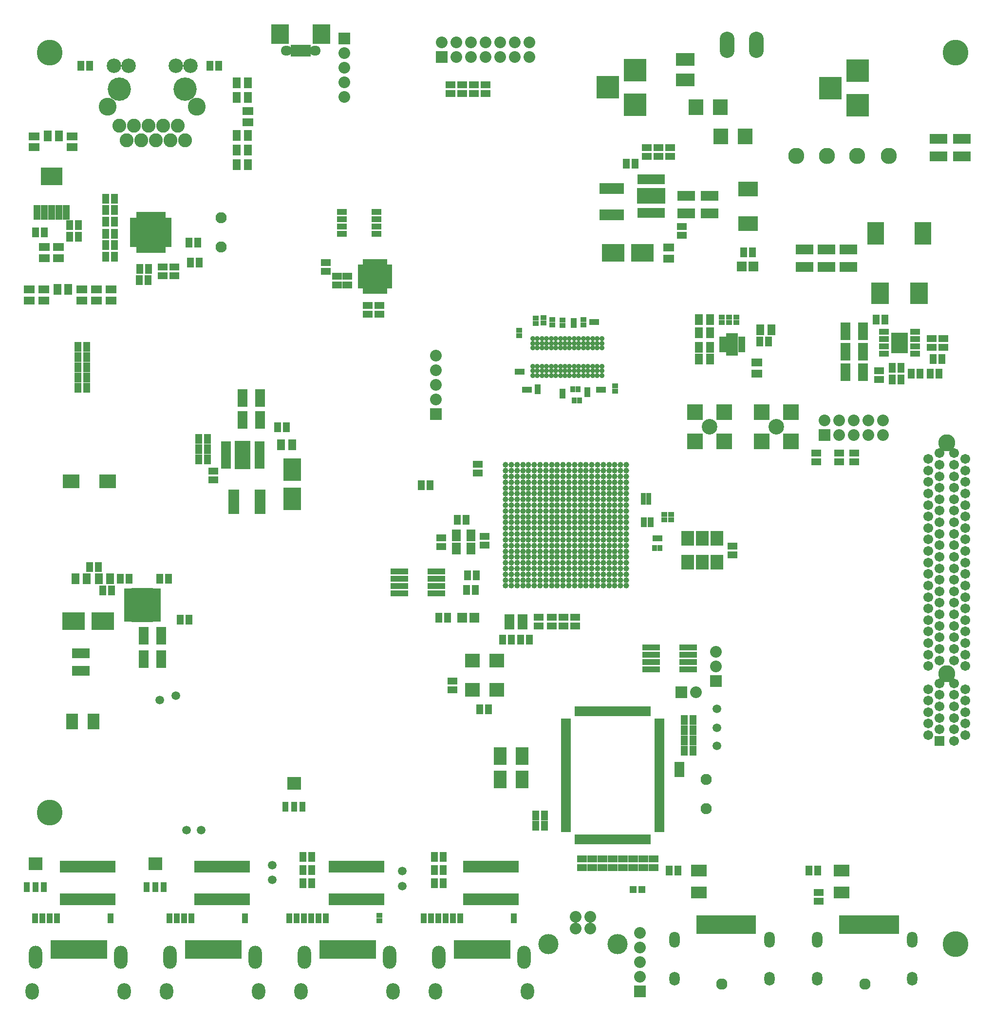
<source format=gts>
G04 (created by PCBNEW (2013-07-07 BZR 4022)-stable) date 19/05/2015 04:41:07 PM*
%MOIN*%
G04 Gerber Fmt 3.4, Leading zero omitted, Abs format*
%FSLAX34Y34*%
G01*
G70*
G90*
G04 APERTURE LIST*
%ADD10C,0.00590551*%
%ADD11C,0.110551*%
%ADD12R,0.118425X0.13811*%
%ADD13R,0.035748X0.0829921*%
%ADD14O,0.0770866X0.0672441*%
%ADD15R,0.0302X0.0790551*%
%ADD16R,0.0987402X0.1066*%
%ADD17C,0.08*%
%ADD18C,0.13811*%
%ADD19R,0.045X0.065*%
%ADD20R,0.065X0.045*%
%ADD21R,0.0711811X0.0369291*%
%ADD22R,0.0369291X0.0711811*%
%ADD23C,0.076*%
%ADD24R,0.0607874X0.0788189*%
%ADD25R,0.118425X0.0436*%
%ADD26R,0.0357X0.0436*%
%ADD27R,0.0436X0.0357*%
%ADD28R,0.0672X0.0672*%
%ADD29R,0.07X0.058*%
%ADD30C,0.0397*%
%ADD31C,0.0357*%
%ADD32R,0.08X0.08*%
%ADD33R,0.055X0.075*%
%ADD34R,0.075X0.055*%
%ADD35R,0.157795X0.118425*%
%ADD36R,0.118425X0.157795*%
%ADD37R,0.033X0.128268*%
%ADD38O,0.0908661X0.157795*%
%ADD39O,0.0908661X0.11252*%
%ADD40R,0.0298X0.0495276*%
%ADD41R,0.0495276X0.0298*%
%ADD42R,0.201102X0.201102*%
%ADD43R,0.149921X0.118425*%
%ADD44R,0.0455906X0.1*%
%ADD45C,0.122362*%
%ADD46C,0.159764*%
%ADD47C,0.0951968*%
%ADD48C,0.0987402*%
%ADD49R,0.0514961X0.0310236*%
%ADD50R,0.0310236X0.0514961*%
%ADD51R,0.0879134X0.0879134*%
%ADD52R,0.07X0.12*%
%ADD53R,0.12X0.07*%
%ADD54R,0.0535X0.031*%
%ADD55R,0.148X0.236*%
%ADD56R,0.0672441X0.031811*%
%ADD57R,0.110551X0.197165*%
%ADD58R,0.031811X0.0672441*%
%ADD59R,0.197165X0.110551*%
%ADD60R,0.0849606X0.157795*%
%ADD61R,0.0672441X0.0400787*%
%ADD62R,0.114488X0.142047*%
%ADD63R,0.118425X0.149921*%
%ADD64R,0.114488X0.153858*%
%ADD65R,0.075X0.17*%
%ADD66R,0.17X0.075*%
%ADD67O,0.0711811X0.110551*%
%ADD68O,0.0711811X0.0948031*%
%ADD69C,0.0770866*%
%ADD70R,0.1381X0.0987*%
%ADD71O,0.1X0.18*%
%ADD72R,0.1578X0.1578*%
%ADD73C,0.116457*%
%ADD74R,0.0672441X0.0672441*%
%ADD75C,0.0672441*%
%ADD76R,0.0672441X0.039685*%
%ADD77C,0.176299*%
%ADD78R,0.0948031X0.0869291*%
%ADD79R,0.0428346X0.0711811*%
%ADD80R,0.1066X0.083*%
%ADD81R,0.083X0.1066*%
%ADD82R,0.0514X0.0514*%
%ADD83R,0.13X0.09*%
%ADD84C,0.106614*%
%ADD85R,0.106614X0.106614*%
%ADD86R,0.100709X0.0928346*%
%ADD87R,0.0908661X0.0987402*%
%ADD88C,0.0593701*%
%ADD89R,0.118X0.095*%
%ADD90R,0.0869291X0.122362*%
G04 APERTURE END LIST*
G54D10*
G54D11*
X106149Y-31384D03*
X104003Y-31384D03*
X101916Y-31384D03*
X99830Y-31384D03*
G54D12*
X67317Y-23057D03*
X64482Y-23057D03*
G54D13*
X65900Y-24189D03*
X65644Y-24189D03*
X66155Y-24189D03*
X65388Y-24189D03*
X66411Y-24189D03*
G54D14*
X66884Y-24189D03*
X64915Y-24189D03*
G54D15*
X53089Y-80011D03*
X52892Y-80011D03*
X52695Y-80011D03*
X52498Y-80011D03*
X52301Y-80011D03*
X52105Y-80011D03*
X51908Y-80011D03*
X51711Y-80011D03*
X51514Y-80011D03*
X51317Y-80011D03*
X51120Y-80011D03*
X50923Y-80011D03*
X50727Y-80011D03*
X50530Y-80011D03*
X50333Y-80011D03*
X50136Y-80011D03*
X49939Y-80011D03*
X49742Y-80011D03*
X49546Y-80011D03*
X50333Y-82255D03*
X50136Y-82255D03*
X49939Y-82255D03*
X49742Y-82255D03*
X50530Y-82255D03*
X50727Y-82255D03*
X50923Y-82255D03*
X51120Y-82255D03*
X51317Y-82255D03*
X51514Y-82255D03*
X51711Y-82255D03*
X51908Y-82255D03*
X52105Y-82255D03*
X52301Y-82255D03*
X52498Y-82255D03*
X49546Y-82255D03*
X52695Y-82255D03*
X52892Y-82255D03*
X53089Y-82255D03*
G54D16*
X96326Y-30050D03*
X94673Y-30050D03*
X92973Y-28050D03*
X94626Y-28050D03*
G54D17*
X85730Y-83460D03*
X84730Y-83460D03*
X84730Y-84247D03*
X85730Y-84247D03*
G54D18*
X87592Y-85310D03*
X82868Y-85310D03*
G54D19*
X92160Y-69973D03*
X92760Y-69973D03*
G54D20*
X85860Y-79473D03*
X85860Y-80073D03*
X87960Y-79473D03*
X87960Y-80073D03*
X89360Y-79473D03*
X89360Y-80073D03*
X90060Y-79473D03*
X90060Y-80073D03*
G54D19*
X92160Y-72073D03*
X92760Y-72073D03*
G54D20*
X88660Y-79473D03*
X88660Y-80073D03*
X87260Y-79473D03*
X87260Y-80073D03*
G54D19*
X92160Y-71373D03*
X92760Y-71373D03*
X92160Y-70673D03*
X92760Y-70673D03*
G54D20*
X85160Y-79473D03*
X85160Y-80073D03*
X86560Y-79473D03*
X86560Y-80073D03*
G54D21*
X90468Y-77464D03*
X90468Y-77208D03*
X90468Y-76952D03*
X90468Y-76696D03*
X90468Y-76440D03*
X90468Y-76184D03*
X90468Y-75928D03*
X90468Y-75672D03*
X90468Y-75417D03*
X90468Y-75161D03*
X90468Y-74905D03*
X90468Y-74649D03*
X90468Y-74393D03*
X90468Y-74137D03*
X90468Y-73881D03*
X90468Y-73625D03*
X90468Y-73369D03*
X90468Y-73113D03*
X90468Y-72857D03*
X90468Y-72602D03*
X90468Y-72346D03*
X90468Y-72090D03*
X90468Y-71834D03*
X90468Y-71578D03*
X90468Y-71322D03*
X90468Y-71066D03*
X90468Y-70810D03*
X90468Y-70554D03*
X90468Y-70298D03*
X90468Y-70042D03*
G54D22*
X89691Y-69363D03*
X89435Y-69363D03*
X89179Y-69363D03*
X88923Y-69363D03*
X88667Y-69363D03*
X88411Y-69363D03*
X88155Y-69363D03*
X87900Y-69363D03*
X87644Y-69363D03*
X87388Y-69363D03*
X87132Y-69363D03*
X86876Y-69363D03*
X86620Y-69363D03*
X86364Y-69363D03*
X86108Y-69363D03*
X85852Y-69363D03*
X85596Y-69363D03*
X85340Y-69363D03*
X85085Y-69363D03*
X84829Y-69363D03*
G54D21*
X84051Y-70042D03*
X84051Y-70298D03*
X84051Y-70554D03*
X84051Y-70810D03*
X84051Y-71066D03*
X84051Y-71322D03*
X84051Y-71578D03*
X84051Y-71834D03*
X84051Y-72090D03*
X84051Y-72346D03*
X84051Y-72602D03*
X84051Y-72857D03*
X84051Y-73113D03*
X84051Y-73369D03*
X84051Y-73625D03*
X84051Y-73881D03*
X84051Y-74137D03*
X84051Y-74393D03*
X84051Y-74649D03*
X84051Y-74905D03*
X84051Y-75161D03*
X84051Y-75417D03*
X84051Y-75672D03*
X84051Y-75928D03*
X84051Y-76184D03*
X84051Y-76440D03*
X84051Y-76696D03*
X84051Y-76952D03*
X84051Y-77208D03*
X84051Y-77464D03*
G54D22*
X84829Y-78143D03*
X85085Y-78143D03*
X85340Y-78143D03*
X85596Y-78143D03*
X85852Y-78143D03*
X86108Y-78143D03*
X86364Y-78143D03*
X86620Y-78143D03*
X86876Y-78143D03*
X87132Y-78143D03*
X87388Y-78143D03*
X87644Y-78143D03*
X87900Y-78143D03*
X88155Y-78143D03*
X88411Y-78143D03*
X88667Y-78143D03*
X88923Y-78143D03*
X89179Y-78143D03*
X89435Y-78143D03*
X89691Y-78143D03*
G54D23*
X93660Y-76033D03*
X93660Y-74033D03*
G54D24*
X76571Y-57351D03*
X77571Y-57351D03*
X77571Y-58233D03*
X76571Y-58233D03*
G54D25*
X75177Y-59815D03*
X72642Y-59815D03*
X75177Y-60315D03*
X75177Y-60815D03*
X75177Y-61315D03*
X72642Y-60315D03*
X72642Y-60815D03*
X72642Y-61315D03*
G54D19*
X50650Y-45850D03*
X51250Y-45850D03*
G54D20*
X77768Y-26496D03*
X77768Y-27096D03*
X78568Y-26496D03*
X78568Y-27096D03*
X78501Y-58022D03*
X78501Y-57422D03*
G54D19*
X77211Y-56292D03*
X76611Y-56292D03*
G54D20*
X75531Y-57502D03*
X75531Y-58102D03*
G54D19*
X50650Y-47250D03*
X51250Y-47250D03*
X50650Y-46550D03*
X51250Y-46550D03*
X50650Y-45150D03*
X51250Y-45150D03*
X50650Y-44450D03*
X51250Y-44450D03*
X75950Y-62975D03*
X75350Y-62975D03*
G54D20*
X78011Y-53092D03*
X78011Y-52492D03*
X84700Y-62950D03*
X84700Y-63550D03*
G54D19*
X77255Y-61063D03*
X77855Y-61063D03*
X77309Y-60067D03*
X77909Y-60067D03*
G54D26*
X89373Y-55050D03*
X89727Y-55050D03*
X85812Y-42736D03*
X86166Y-42736D03*
G54D27*
X82110Y-47525D03*
X82110Y-47171D03*
G54D26*
X84892Y-47353D03*
X84538Y-47353D03*
G54D27*
X85514Y-47724D03*
X85514Y-47370D03*
G54D26*
X86629Y-47384D03*
X86275Y-47384D03*
G54D27*
X83820Y-47468D03*
X83820Y-47822D03*
X82000Y-42484D03*
X82000Y-42838D03*
X82536Y-42460D03*
X82536Y-42814D03*
X83109Y-42577D03*
X83109Y-42931D03*
X84585Y-42631D03*
X84585Y-42985D03*
G54D26*
X80715Y-46138D03*
X81069Y-46138D03*
X81568Y-47386D03*
X81214Y-47386D03*
G54D27*
X85246Y-42581D03*
X85246Y-42935D03*
X83829Y-42622D03*
X83829Y-42976D03*
X80866Y-43317D03*
X80866Y-43671D03*
G54D28*
X76962Y-62975D03*
X77788Y-62975D03*
G54D29*
X80206Y-63010D03*
X80206Y-63510D03*
X81106Y-63010D03*
X81106Y-63510D03*
G54D30*
X88195Y-52523D03*
X88195Y-52917D03*
X88195Y-53311D03*
X88195Y-53704D03*
X88195Y-54098D03*
X88195Y-54492D03*
X88195Y-54885D03*
X88195Y-55279D03*
X88195Y-55673D03*
X88195Y-56067D03*
X88195Y-56460D03*
X88195Y-56854D03*
X88195Y-57248D03*
X88195Y-57641D03*
X88195Y-58035D03*
X88195Y-58429D03*
X87801Y-52523D03*
X87407Y-52523D03*
X87014Y-52523D03*
X86620Y-52523D03*
X86226Y-52523D03*
X85833Y-52523D03*
X85439Y-52523D03*
X85045Y-52523D03*
X87801Y-58429D03*
X87801Y-58035D03*
X87801Y-57641D03*
X87801Y-57248D03*
X87801Y-56854D03*
X87801Y-56460D03*
X87801Y-56067D03*
X87801Y-55673D03*
X87801Y-55279D03*
X87801Y-54885D03*
X87801Y-54492D03*
X87801Y-54098D03*
X87801Y-52917D03*
X87801Y-53311D03*
X87801Y-53704D03*
X87407Y-52917D03*
X87407Y-53311D03*
X87407Y-53704D03*
X87407Y-54098D03*
X87407Y-54492D03*
X87407Y-54885D03*
X87407Y-55279D03*
X87407Y-55673D03*
X87014Y-52917D03*
X87014Y-53311D03*
X87014Y-53704D03*
X87014Y-54098D03*
X87014Y-54492D03*
X87014Y-54885D03*
X87014Y-55279D03*
X87014Y-55673D03*
X86620Y-52917D03*
X86620Y-53311D03*
X86620Y-53704D03*
X87407Y-56067D03*
X87014Y-56067D03*
X87407Y-56460D03*
X87014Y-56460D03*
X87014Y-56854D03*
X87407Y-56854D03*
X87407Y-57248D03*
X87407Y-57641D03*
X87014Y-57641D03*
X87014Y-57248D03*
X87407Y-58035D03*
X87014Y-58035D03*
X87014Y-58429D03*
X87407Y-58429D03*
X86620Y-57248D03*
X86226Y-57248D03*
X86226Y-57641D03*
X86620Y-57641D03*
X86620Y-58035D03*
X86226Y-58035D03*
X85833Y-58035D03*
X85833Y-58429D03*
X86226Y-58429D03*
X86620Y-58429D03*
X86226Y-52917D03*
X86226Y-53311D03*
X86226Y-53704D03*
X85833Y-53704D03*
X85833Y-53311D03*
X85833Y-52917D03*
X85439Y-52917D03*
X85439Y-53311D03*
X85439Y-53704D03*
X85045Y-53704D03*
X85045Y-53311D03*
X85045Y-52917D03*
X84651Y-52523D03*
X84651Y-52917D03*
X84651Y-53311D03*
X84651Y-53704D03*
X84258Y-53704D03*
X84258Y-53311D03*
X84258Y-52917D03*
X84258Y-52523D03*
X83864Y-52523D03*
X83864Y-52917D03*
X83864Y-53311D03*
X83864Y-53704D03*
X83470Y-53704D03*
X83077Y-53704D03*
X82683Y-53704D03*
X82683Y-53311D03*
X83077Y-53311D03*
X83470Y-53311D03*
X83470Y-52917D03*
X83077Y-52917D03*
X82683Y-52917D03*
X83470Y-52523D03*
X83077Y-52523D03*
X82683Y-52523D03*
X82289Y-52523D03*
X82289Y-52917D03*
X82289Y-53311D03*
X82289Y-53704D03*
X86620Y-55279D03*
X86620Y-54885D03*
X86620Y-54492D03*
X86620Y-54098D03*
X86226Y-54098D03*
X86226Y-54492D03*
X86226Y-54885D03*
X86226Y-55279D03*
X85833Y-54098D03*
X85833Y-54492D03*
X85833Y-54885D03*
X85439Y-54098D03*
X85439Y-54492D03*
X85045Y-54098D03*
X85045Y-54492D03*
X84651Y-54098D03*
X84651Y-54492D03*
X84258Y-54098D03*
X84258Y-54492D03*
X83864Y-54098D03*
X83864Y-54492D03*
X83077Y-54098D03*
X83077Y-54492D03*
X82683Y-54098D03*
X82683Y-54492D03*
X82289Y-54098D03*
X82289Y-54492D03*
X83470Y-54098D03*
X83470Y-54492D03*
X82683Y-54885D03*
X82683Y-55279D03*
X82683Y-55673D03*
X82683Y-56067D03*
X82683Y-56460D03*
X82289Y-54885D03*
X82289Y-55279D03*
X82289Y-55673D03*
X82289Y-56067D03*
X82289Y-56460D03*
X86620Y-55673D03*
X86620Y-56067D03*
X86620Y-56460D03*
X86620Y-56854D03*
X86226Y-55673D03*
X86226Y-56067D03*
X86226Y-56460D03*
X86226Y-56854D03*
X82683Y-56854D03*
X82289Y-56854D03*
X82683Y-57248D03*
X82289Y-57248D03*
X82289Y-57641D03*
X82683Y-57641D03*
X85439Y-58035D03*
X85045Y-58035D03*
X84651Y-58035D03*
X84258Y-58035D03*
X83864Y-58035D03*
X83470Y-58035D03*
X83077Y-58035D03*
X82683Y-58035D03*
X82289Y-58035D03*
X82289Y-58429D03*
X82683Y-58429D03*
X83077Y-58429D03*
X83470Y-58429D03*
X83864Y-58429D03*
X84258Y-58429D03*
X84651Y-58429D03*
X85045Y-58429D03*
X85439Y-58429D03*
X88195Y-58822D03*
X88195Y-59216D03*
X88195Y-59610D03*
X88195Y-60004D03*
X87801Y-58822D03*
X87801Y-59216D03*
X87801Y-59610D03*
X87801Y-60004D03*
X87407Y-58822D03*
X87407Y-59216D03*
X87407Y-59610D03*
X87407Y-60004D03*
X87014Y-58822D03*
X87014Y-59216D03*
X87014Y-59610D03*
X87014Y-60004D03*
X86620Y-58822D03*
X86620Y-59216D03*
X86620Y-59610D03*
X86620Y-60004D03*
X86226Y-58822D03*
X86226Y-59216D03*
X86226Y-59610D03*
X86226Y-60004D03*
X85833Y-58822D03*
X85833Y-59216D03*
X85833Y-59610D03*
X85833Y-60004D03*
X85439Y-58822D03*
X85439Y-59216D03*
X85439Y-59610D03*
X85439Y-60004D03*
X85045Y-58822D03*
X85045Y-59216D03*
X85045Y-59610D03*
X85045Y-60004D03*
X84651Y-58822D03*
X84651Y-59216D03*
X84651Y-59610D03*
X84651Y-60004D03*
X84258Y-58822D03*
X84258Y-59216D03*
X84258Y-59610D03*
X84258Y-60004D03*
X83864Y-58822D03*
X83864Y-59216D03*
X83864Y-59610D03*
X83864Y-60004D03*
X83470Y-58822D03*
X83470Y-59216D03*
X83470Y-59610D03*
X83470Y-60004D03*
X83077Y-58822D03*
X83077Y-59216D03*
X83077Y-59610D03*
X83077Y-60004D03*
X82683Y-58822D03*
X82683Y-59216D03*
X82683Y-59610D03*
X82683Y-60004D03*
X82289Y-58822D03*
X82289Y-59216D03*
X82289Y-59610D03*
X82289Y-60004D03*
X81896Y-52523D03*
X81502Y-52523D03*
X81108Y-52523D03*
X80714Y-52523D03*
X80714Y-52917D03*
X80714Y-53311D03*
X80714Y-53704D03*
X80714Y-54098D03*
X80714Y-54492D03*
X80714Y-54885D03*
X80714Y-55279D03*
X80714Y-55673D03*
X80714Y-56067D03*
X80714Y-56460D03*
X80714Y-56854D03*
X80714Y-57248D03*
X80714Y-57641D03*
X80714Y-58035D03*
X80714Y-58429D03*
X80714Y-58822D03*
X80714Y-59216D03*
X80714Y-59610D03*
X80714Y-60004D03*
X81108Y-52917D03*
X81108Y-53311D03*
X81108Y-53704D03*
X81108Y-54098D03*
X81108Y-54492D03*
X81108Y-54885D03*
X81108Y-55279D03*
X81108Y-55673D03*
X81108Y-56067D03*
X81108Y-56460D03*
X81108Y-56854D03*
X81108Y-57248D03*
X81108Y-57641D03*
X81108Y-58035D03*
X81108Y-58429D03*
X81108Y-58822D03*
X81108Y-59216D03*
X81108Y-59610D03*
X81108Y-60004D03*
X81502Y-52917D03*
X81502Y-53311D03*
X81502Y-53704D03*
X81502Y-54098D03*
X81502Y-54492D03*
X81502Y-54885D03*
X81502Y-55279D03*
X81502Y-55673D03*
X81502Y-56067D03*
X81502Y-56460D03*
X81502Y-56854D03*
X81502Y-57248D03*
X81502Y-57641D03*
X81502Y-58035D03*
X81502Y-58429D03*
X81502Y-58822D03*
X81502Y-59216D03*
X81502Y-59610D03*
X81502Y-60004D03*
X81896Y-52917D03*
X81896Y-53311D03*
X81896Y-53704D03*
X81896Y-54098D03*
X81896Y-54492D03*
X81896Y-54885D03*
X81896Y-55279D03*
X81896Y-55673D03*
X81896Y-56067D03*
X81896Y-56460D03*
X81896Y-56854D03*
X81896Y-57248D03*
X81896Y-57641D03*
X81896Y-58035D03*
X81896Y-58429D03*
X81896Y-58822D03*
X81896Y-59216D03*
X81896Y-59610D03*
X81896Y-60004D03*
X80321Y-52523D03*
X80321Y-52917D03*
X80321Y-53311D03*
X80321Y-53704D03*
X80321Y-54098D03*
X80321Y-54492D03*
X80321Y-54885D03*
X80321Y-55279D03*
X80321Y-55673D03*
X80321Y-56066D03*
X80321Y-56460D03*
X80321Y-56854D03*
X80321Y-57248D03*
X80321Y-57641D03*
X80321Y-58035D03*
X80321Y-58429D03*
X80321Y-58822D03*
X80321Y-59216D03*
X80321Y-59610D03*
X80321Y-60003D03*
X80321Y-60397D03*
X80321Y-60791D03*
X79927Y-52523D03*
X79927Y-52917D03*
X79927Y-53311D03*
X79927Y-53704D03*
X79927Y-54098D03*
X79927Y-54492D03*
X79927Y-54885D03*
X79927Y-55279D03*
X79927Y-55673D03*
X79927Y-56066D03*
X79927Y-56460D03*
X79927Y-56854D03*
X79927Y-57248D03*
X79927Y-57641D03*
X79927Y-58035D03*
X79927Y-58429D03*
X79927Y-58822D03*
X79927Y-59216D03*
X79927Y-59610D03*
X79927Y-60003D03*
X79927Y-60397D03*
X79927Y-60791D03*
X83077Y-54885D03*
X83077Y-55279D03*
X83077Y-55673D03*
X83077Y-56066D03*
X83077Y-56460D03*
X83077Y-56854D03*
X83077Y-57248D03*
X83077Y-57641D03*
X83470Y-54885D03*
X83470Y-55279D03*
X83470Y-55673D03*
X83470Y-56066D03*
X83470Y-56460D03*
X83470Y-56854D03*
X83470Y-57248D03*
X83470Y-57641D03*
X83864Y-54885D03*
X83864Y-55279D03*
X83864Y-55673D03*
X83864Y-56066D03*
X83864Y-56460D03*
X83864Y-56854D03*
X83864Y-57248D03*
X83864Y-57641D03*
X84258Y-54885D03*
X84258Y-55279D03*
X84258Y-55673D03*
X84258Y-56066D03*
X84258Y-56460D03*
X84258Y-56854D03*
X84258Y-57248D03*
X84258Y-57641D03*
X84652Y-54885D03*
X84652Y-55279D03*
X84652Y-55673D03*
X84652Y-56066D03*
X84652Y-56460D03*
X84652Y-56854D03*
X84652Y-57248D03*
X84652Y-57641D03*
X85833Y-55279D03*
X85833Y-55673D03*
X85833Y-56066D03*
X85833Y-56460D03*
X85833Y-56854D03*
X85833Y-57248D03*
X85833Y-57641D03*
X85439Y-54885D03*
X85439Y-55279D03*
X85439Y-55673D03*
X85439Y-56066D03*
X85439Y-56460D03*
X85439Y-56854D03*
X85439Y-57248D03*
X85439Y-57641D03*
X85045Y-54885D03*
X85045Y-55279D03*
X85045Y-55673D03*
X85045Y-56066D03*
X85045Y-56460D03*
X85045Y-56854D03*
X85045Y-57248D03*
X85045Y-57641D03*
X88195Y-60397D03*
X88195Y-60791D03*
X87801Y-60397D03*
X87801Y-60791D03*
X87407Y-60397D03*
X87407Y-60791D03*
X87014Y-60397D03*
X87014Y-60791D03*
X86620Y-60397D03*
X86620Y-60791D03*
X86226Y-60397D03*
X86226Y-60791D03*
X85833Y-60397D03*
X85833Y-60791D03*
X85439Y-60397D03*
X85439Y-60791D03*
X85045Y-60397D03*
X85045Y-60791D03*
X84652Y-60397D03*
X84652Y-60791D03*
X84258Y-60397D03*
X84258Y-60791D03*
X83864Y-60397D03*
X83864Y-60791D03*
X83470Y-60397D03*
X83470Y-60791D03*
X83077Y-60397D03*
X83077Y-60791D03*
X82683Y-60397D03*
X82683Y-60791D03*
X82289Y-60397D03*
X82289Y-60791D03*
X81896Y-60397D03*
X81896Y-60791D03*
X81502Y-60397D03*
X81502Y-60791D03*
X81108Y-60397D03*
X81108Y-60791D03*
X80715Y-60397D03*
X80715Y-60791D03*
G54D31*
X81786Y-46402D03*
X81786Y-46087D03*
X81786Y-45772D03*
X81786Y-44512D03*
X81786Y-44197D03*
X81786Y-43882D03*
X82101Y-46402D03*
X82416Y-46402D03*
X82731Y-46402D03*
X83045Y-46402D03*
X83360Y-46402D03*
X83675Y-46402D03*
X83990Y-46402D03*
X83990Y-46087D03*
X83990Y-45772D03*
X83991Y-44513D03*
X83991Y-44198D03*
X83991Y-43883D03*
X83676Y-43883D03*
X83361Y-43883D03*
X83046Y-43883D03*
X82732Y-43883D03*
X82417Y-43883D03*
X82102Y-43883D03*
X82731Y-45772D03*
X83045Y-45772D03*
X83046Y-44513D03*
X82732Y-44513D03*
X82417Y-44513D03*
X82416Y-45772D03*
X82416Y-46087D03*
X82731Y-46087D03*
X83045Y-46087D03*
X83360Y-46087D03*
X83675Y-46087D03*
X83675Y-45772D03*
X83360Y-45772D03*
X83361Y-44513D03*
X83676Y-44513D03*
X83676Y-44198D03*
X83361Y-44198D03*
X83046Y-44198D03*
X82732Y-44198D03*
X82417Y-44198D03*
X82102Y-44198D03*
X82102Y-44513D03*
X82101Y-45772D03*
X82101Y-46087D03*
X86196Y-46402D03*
X86196Y-43882D03*
X84306Y-46402D03*
X84306Y-46087D03*
X84306Y-45772D03*
X84306Y-44512D03*
X84306Y-44197D03*
X84306Y-43882D03*
X84621Y-46402D03*
X84621Y-46087D03*
X84621Y-45772D03*
X84621Y-44512D03*
X84621Y-44197D03*
X84621Y-43882D03*
X84936Y-46402D03*
X84936Y-46087D03*
X84936Y-45772D03*
X84936Y-44512D03*
X84936Y-44197D03*
X84936Y-43882D03*
X85251Y-46402D03*
X85251Y-46087D03*
X85251Y-45772D03*
X85251Y-44512D03*
X85251Y-44197D03*
X85251Y-43882D03*
X85566Y-46402D03*
X85566Y-46087D03*
X85566Y-45772D03*
X85566Y-44512D03*
X85566Y-44197D03*
X85566Y-43882D03*
X85881Y-46402D03*
X85881Y-46087D03*
X85881Y-45772D03*
X85881Y-44512D03*
X85881Y-44197D03*
X85881Y-43882D03*
X86196Y-46087D03*
X86196Y-45772D03*
X86196Y-44512D03*
X86196Y-44197D03*
X86511Y-46402D03*
X86511Y-46087D03*
X86511Y-45772D03*
X86511Y-44512D03*
X86511Y-44197D03*
X86511Y-43882D03*
G54D19*
X78150Y-69250D03*
X78750Y-69250D03*
G54D32*
X75568Y-24607D03*
G54D17*
X75568Y-23607D03*
X76568Y-24607D03*
X76568Y-23607D03*
X77568Y-24607D03*
X77568Y-23607D03*
X78568Y-24607D03*
X78568Y-23607D03*
X79568Y-24607D03*
X79568Y-23607D03*
X80568Y-24607D03*
X80568Y-23607D03*
X81568Y-24607D03*
X81568Y-23607D03*
G54D27*
X87424Y-47480D03*
X87424Y-47126D03*
G54D26*
X84984Y-48107D03*
X84630Y-48107D03*
X89373Y-54650D03*
X89727Y-54650D03*
G54D20*
X82202Y-63559D03*
X82202Y-62959D03*
G54D19*
X80954Y-64468D03*
X81554Y-64468D03*
X79735Y-64468D03*
X80335Y-64468D03*
X74766Y-53901D03*
X74166Y-53901D03*
G54D20*
X83900Y-62950D03*
X83900Y-63550D03*
X83100Y-62950D03*
X83100Y-63550D03*
G54D19*
X47750Y-36600D03*
X48350Y-36600D03*
G54D33*
X93162Y-42586D03*
X93912Y-42586D03*
G54D34*
X51932Y-40523D03*
X51932Y-41273D03*
G54D33*
X62276Y-29992D03*
X61526Y-29992D03*
G54D19*
X55482Y-39112D03*
X54882Y-39112D03*
X82600Y-77200D03*
X82000Y-77200D03*
X52551Y-35090D03*
X53151Y-35090D03*
G54D20*
X101351Y-81772D03*
X101351Y-82372D03*
G54D19*
X109795Y-45276D03*
X109195Y-45276D03*
G54D20*
X67615Y-39265D03*
X67615Y-38665D03*
G54D19*
X54851Y-39890D03*
X55451Y-39890D03*
X52551Y-35890D03*
X53151Y-35890D03*
X50675Y-36100D03*
X50075Y-36100D03*
G54D20*
X76968Y-26496D03*
X76968Y-27096D03*
X69098Y-39618D03*
X69098Y-40218D03*
G54D19*
X50075Y-36900D03*
X50675Y-36900D03*
G54D27*
X95737Y-42763D03*
X95737Y-42409D03*
X71290Y-83353D03*
X71290Y-83707D03*
X65630Y-83727D03*
X65630Y-83373D03*
G54D19*
X75050Y-81150D03*
X75650Y-81150D03*
X66050Y-81150D03*
X66650Y-81150D03*
X66050Y-79350D03*
X66650Y-79350D03*
X66050Y-80250D03*
X66650Y-80250D03*
X75050Y-79350D03*
X75650Y-79350D03*
X75050Y-80250D03*
X75650Y-80250D03*
X59687Y-25210D03*
X60287Y-25210D03*
G54D20*
X103800Y-52300D03*
X103800Y-51700D03*
X102750Y-52300D03*
X102750Y-51700D03*
G54D35*
X89288Y-38026D03*
X87288Y-38026D03*
G54D36*
X65336Y-52843D03*
X65336Y-54843D03*
G54D37*
X69132Y-85688D03*
X69329Y-85688D03*
X69526Y-85688D03*
X69723Y-85688D03*
X69920Y-85688D03*
X70116Y-85688D03*
X70313Y-85688D03*
X70510Y-85688D03*
X70707Y-85688D03*
X70904Y-85688D03*
X68935Y-85688D03*
X68738Y-85688D03*
X68542Y-85688D03*
X68345Y-85688D03*
X68148Y-85688D03*
X67951Y-85688D03*
X67754Y-85688D03*
X67557Y-85688D03*
X67361Y-85688D03*
G54D38*
X66160Y-86200D03*
X71987Y-86200D03*
G54D39*
X65924Y-88546D03*
X72223Y-88546D03*
G54D37*
X59932Y-85688D03*
X60129Y-85688D03*
X60326Y-85688D03*
X60523Y-85688D03*
X60720Y-85688D03*
X60916Y-85688D03*
X61113Y-85688D03*
X61310Y-85688D03*
X61507Y-85688D03*
X61704Y-85688D03*
X59735Y-85688D03*
X59538Y-85688D03*
X59342Y-85688D03*
X59145Y-85688D03*
X58948Y-85688D03*
X58751Y-85688D03*
X58554Y-85688D03*
X58357Y-85688D03*
X58161Y-85688D03*
G54D38*
X56960Y-86200D03*
X62787Y-86200D03*
G54D39*
X56724Y-88546D03*
X63023Y-88546D03*
G54D37*
X50732Y-85688D03*
X50929Y-85688D03*
X51126Y-85688D03*
X51323Y-85688D03*
X51520Y-85688D03*
X51716Y-85688D03*
X51913Y-85688D03*
X52110Y-85688D03*
X52307Y-85688D03*
X52504Y-85688D03*
X50535Y-85688D03*
X50338Y-85688D03*
X50142Y-85688D03*
X49945Y-85688D03*
X49748Y-85688D03*
X49551Y-85688D03*
X49354Y-85688D03*
X49157Y-85688D03*
X48961Y-85688D03*
G54D38*
X47760Y-86200D03*
X53587Y-86200D03*
G54D39*
X47524Y-88546D03*
X53823Y-88546D03*
G54D37*
X78332Y-85688D03*
X78529Y-85688D03*
X78726Y-85688D03*
X78923Y-85688D03*
X79120Y-85688D03*
X79316Y-85688D03*
X79513Y-85688D03*
X79710Y-85688D03*
X79907Y-85688D03*
X80104Y-85688D03*
X78135Y-85688D03*
X77938Y-85688D03*
X77742Y-85688D03*
X77545Y-85688D03*
X77348Y-85688D03*
X77151Y-85688D03*
X76954Y-85688D03*
X76757Y-85688D03*
X76561Y-85688D03*
G54D38*
X75360Y-86200D03*
X81187Y-86200D03*
G54D39*
X75124Y-88546D03*
X81423Y-88546D03*
G54D20*
X57251Y-38990D03*
X57251Y-39590D03*
G54D19*
X58250Y-37309D03*
X58850Y-37309D03*
X52550Y-34309D03*
X53150Y-34309D03*
G54D20*
X56451Y-38990D03*
X56451Y-39590D03*
G54D19*
X58351Y-38690D03*
X58951Y-38690D03*
X52551Y-37490D03*
X53151Y-37490D03*
X52550Y-36709D03*
X53150Y-36709D03*
G54D40*
X56516Y-35428D03*
X56359Y-35428D03*
X56201Y-35428D03*
X56044Y-35428D03*
X55887Y-35428D03*
X55729Y-35428D03*
X55572Y-35428D03*
X55414Y-35428D03*
X55257Y-35428D03*
X55099Y-35428D03*
X54942Y-35428D03*
X54784Y-35428D03*
X56044Y-37790D03*
X56201Y-37790D03*
X56359Y-37790D03*
X56516Y-37790D03*
G54D41*
X54469Y-36373D03*
X54469Y-36531D03*
X54469Y-36688D03*
X54469Y-36846D03*
X54469Y-37003D03*
X54469Y-37161D03*
X54469Y-37318D03*
X54469Y-37475D03*
G54D42*
X55650Y-36609D03*
G54D41*
X54469Y-35743D03*
X54469Y-35901D03*
X54469Y-36058D03*
X54469Y-36216D03*
G54D40*
X54784Y-37790D03*
X54942Y-37790D03*
X55099Y-37790D03*
X55257Y-37790D03*
X55414Y-37790D03*
X55572Y-37790D03*
X55729Y-37790D03*
X55887Y-37790D03*
G54D41*
X56831Y-37475D03*
X56831Y-37318D03*
X56831Y-37161D03*
X56831Y-37003D03*
X56831Y-36846D03*
X56831Y-36688D03*
X56831Y-36531D03*
X56831Y-36373D03*
X56831Y-36216D03*
X56831Y-36058D03*
X56831Y-35901D03*
X56831Y-35743D03*
G54D43*
X48850Y-32790D03*
G54D44*
X48850Y-35231D03*
X49850Y-35231D03*
X48350Y-35231D03*
X49350Y-35231D03*
X47850Y-35231D03*
G54D34*
X49325Y-37625D03*
X49325Y-38375D03*
X48350Y-37625D03*
X48350Y-38375D03*
G54D45*
X52701Y-28010D03*
X58800Y-28010D03*
G54D46*
X53500Y-26809D03*
X58000Y-26809D03*
G54D47*
X56498Y-29309D03*
X57998Y-30309D03*
X56998Y-30309D03*
X55998Y-30309D03*
X54998Y-30309D03*
X55498Y-29309D03*
X54498Y-29309D03*
X57498Y-29309D03*
G54D48*
X58361Y-25211D03*
X57361Y-25211D03*
X54140Y-25211D03*
X53140Y-25211D03*
G54D47*
X53498Y-29309D03*
X53998Y-30309D03*
G54D19*
X52551Y-38290D03*
X53151Y-38290D03*
G54D34*
X47332Y-40523D03*
X47332Y-41273D03*
X48332Y-40523D03*
X48332Y-41273D03*
X50932Y-40523D03*
X50932Y-41273D03*
X52932Y-40523D03*
X52932Y-41273D03*
G54D33*
X62276Y-26392D03*
X61526Y-26392D03*
X62276Y-27392D03*
X61526Y-27392D03*
X62276Y-30992D03*
X61526Y-30992D03*
X62276Y-31992D03*
X61526Y-31992D03*
G54D34*
X47672Y-30043D03*
X47672Y-30793D03*
X50272Y-30043D03*
X50272Y-30793D03*
X62301Y-28317D03*
X62301Y-29067D03*
G54D33*
X49257Y-40498D03*
X50007Y-40498D03*
X48597Y-30018D03*
X49347Y-30018D03*
G54D20*
X59941Y-53553D03*
X59941Y-52953D03*
G54D19*
X54170Y-60310D03*
X53570Y-60310D03*
X52070Y-59510D03*
X51470Y-59510D03*
X52370Y-61110D03*
X52970Y-61110D03*
X97337Y-44086D03*
X97937Y-44086D03*
X56870Y-60310D03*
X56270Y-60310D03*
X59541Y-50753D03*
X58941Y-50753D03*
X58941Y-52153D03*
X59541Y-52153D03*
X88188Y-31926D03*
X88788Y-31926D03*
G54D20*
X91188Y-31426D03*
X91188Y-30826D03*
X90388Y-30826D03*
X90388Y-31426D03*
G54D27*
X95237Y-42763D03*
X95237Y-42409D03*
X94737Y-42409D03*
X94737Y-42763D03*
G54D23*
X60447Y-35605D03*
X60447Y-37605D03*
G54D49*
X71941Y-40308D03*
X71941Y-40112D03*
X71941Y-39915D03*
X71941Y-39718D03*
X71941Y-39521D03*
X71941Y-39324D03*
X71941Y-39127D03*
X71941Y-38931D03*
G54D50*
X71685Y-38675D03*
X71488Y-38675D03*
X71292Y-38675D03*
X71095Y-38675D03*
X70898Y-38675D03*
X70701Y-38675D03*
X70504Y-38675D03*
X70307Y-38675D03*
G54D49*
X70051Y-38931D03*
X70051Y-39127D03*
X70051Y-39324D03*
X70051Y-39521D03*
X70051Y-39718D03*
X70051Y-39915D03*
X70051Y-40112D03*
X70051Y-40308D03*
G54D50*
X70307Y-40564D03*
X70504Y-40564D03*
X70701Y-40564D03*
X70898Y-40564D03*
X71095Y-40564D03*
X71292Y-40564D03*
X71488Y-40564D03*
X71685Y-40564D03*
G54D51*
X70657Y-39280D03*
X70657Y-39959D03*
X71336Y-39280D03*
X71336Y-39959D03*
G54D19*
X58270Y-63110D03*
X57670Y-63110D03*
G54D52*
X55170Y-64210D03*
X56370Y-64210D03*
X55170Y-65810D03*
X56370Y-65810D03*
G54D53*
X50870Y-66610D03*
X50870Y-65410D03*
G54D33*
X50495Y-60310D03*
X51245Y-60310D03*
X52845Y-60310D03*
X52095Y-60310D03*
G54D54*
X54095Y-61125D03*
X54095Y-61322D03*
X54095Y-61519D03*
X54095Y-61716D03*
X54095Y-61912D03*
X54095Y-62110D03*
X54095Y-62308D03*
X54095Y-62505D03*
X54095Y-62701D03*
X54095Y-62898D03*
X54095Y-63095D03*
X56044Y-63095D03*
X56044Y-62898D03*
X56044Y-62701D03*
X56044Y-62505D03*
X56044Y-62308D03*
X56044Y-62109D03*
X56044Y-61912D03*
X56044Y-61716D03*
X56044Y-61519D03*
X56044Y-61322D03*
X56044Y-61125D03*
G54D55*
X55070Y-62110D03*
G54D56*
X63083Y-51085D03*
X63083Y-51341D03*
X63083Y-51597D03*
X63083Y-51853D03*
X63083Y-52109D03*
X63083Y-52365D03*
X63083Y-52621D03*
X60799Y-52621D03*
X60799Y-52365D03*
X60799Y-52109D03*
X60799Y-51853D03*
X60799Y-51597D03*
X60799Y-51341D03*
X60799Y-51085D03*
G54D57*
X61941Y-51853D03*
G54D58*
X90656Y-35268D03*
X90400Y-35268D03*
X90144Y-35268D03*
X89888Y-35268D03*
X89632Y-35268D03*
X89376Y-35268D03*
X89120Y-35268D03*
X89120Y-32984D03*
X89376Y-32984D03*
X89632Y-32984D03*
X89888Y-32984D03*
X90144Y-32984D03*
X90400Y-32984D03*
X90656Y-32984D03*
G54D59*
X89888Y-34126D03*
G54D49*
X94775Y-44286D03*
X96098Y-44286D03*
X94775Y-44089D03*
X94775Y-43892D03*
X94775Y-44483D03*
X94775Y-44680D03*
X96098Y-44483D03*
X96098Y-44680D03*
X96098Y-44089D03*
X96098Y-43892D03*
G54D60*
X95437Y-44286D03*
G54D61*
X107958Y-43426D03*
X107958Y-43926D03*
X107958Y-44426D03*
X107958Y-44926D03*
X105832Y-44926D03*
X105832Y-44426D03*
X105832Y-43926D03*
X105832Y-43426D03*
G54D62*
X106895Y-44176D03*
G54D19*
X108995Y-46276D03*
X109595Y-46276D03*
X107695Y-46276D03*
X108295Y-46276D03*
G54D63*
X105557Y-40776D03*
X108234Y-40776D03*
G54D52*
X103195Y-43376D03*
X104395Y-43376D03*
G54D20*
X109895Y-44476D03*
X109895Y-43876D03*
X109095Y-43876D03*
X109095Y-44476D03*
G54D19*
X105295Y-42576D03*
X105895Y-42576D03*
G54D53*
X100395Y-38976D03*
X100395Y-37776D03*
X101895Y-38976D03*
X101895Y-37776D03*
X103395Y-38976D03*
X103395Y-37776D03*
X109550Y-30200D03*
X109550Y-31400D03*
G54D19*
X106395Y-45876D03*
X106995Y-45876D03*
G54D53*
X111150Y-30200D03*
X111150Y-31400D03*
G54D52*
X103195Y-46176D03*
X104395Y-46176D03*
X103195Y-44776D03*
X104395Y-44776D03*
G54D19*
X106395Y-46676D03*
X106995Y-46676D03*
G54D20*
X105495Y-46076D03*
X105495Y-46676D03*
G54D64*
X108495Y-36676D03*
X105267Y-36676D03*
G54D53*
X93888Y-34126D03*
X93888Y-35326D03*
G54D65*
X61341Y-55053D03*
X63141Y-55053D03*
G54D53*
X92288Y-35326D03*
X92288Y-34126D03*
G54D19*
X64341Y-49953D03*
X64941Y-49953D03*
G54D33*
X65316Y-51153D03*
X64566Y-51153D03*
G54D34*
X91088Y-38401D03*
X91088Y-37651D03*
G54D33*
X93162Y-43486D03*
X93912Y-43486D03*
G54D20*
X91988Y-36226D03*
X91988Y-36826D03*
X89588Y-31426D03*
X89588Y-30826D03*
G54D52*
X61941Y-47953D03*
X63141Y-47953D03*
X61941Y-49453D03*
X63141Y-49453D03*
G54D33*
X93162Y-44486D03*
X93912Y-44486D03*
G54D66*
X87188Y-33626D03*
X87188Y-35426D03*
G54D33*
X93162Y-45286D03*
X93912Y-45286D03*
X98112Y-43286D03*
X97362Y-43286D03*
G54D34*
X97137Y-46261D03*
X97137Y-45511D03*
G54D19*
X58941Y-51453D03*
X59541Y-51453D03*
G54D35*
X52370Y-63210D03*
X50370Y-63210D03*
G54D20*
X68376Y-40222D03*
X68376Y-39622D03*
X71296Y-41620D03*
X71296Y-42220D03*
X70496Y-41620D03*
X70496Y-42220D03*
G54D37*
X94738Y-83988D03*
X94934Y-83988D03*
X95131Y-83988D03*
X95328Y-83988D03*
X95525Y-83988D03*
X95722Y-83988D03*
X95919Y-83988D03*
X96115Y-83988D03*
X96312Y-83988D03*
X96509Y-83988D03*
X94541Y-83988D03*
X94344Y-83988D03*
X94147Y-83988D03*
X93950Y-83988D03*
X93753Y-83988D03*
X93556Y-83988D03*
X93360Y-83988D03*
X93163Y-83988D03*
G54D67*
X91489Y-85012D03*
X97986Y-85012D03*
G54D68*
X91489Y-87681D03*
X97986Y-87681D03*
G54D69*
X94738Y-88035D03*
G54D37*
X96706Y-83988D03*
X96903Y-83988D03*
X104510Y-83988D03*
X104706Y-83988D03*
X104903Y-83988D03*
X105100Y-83988D03*
X105297Y-83988D03*
X105494Y-83988D03*
X105691Y-83988D03*
X105887Y-83988D03*
X106084Y-83988D03*
X106281Y-83988D03*
X104313Y-83988D03*
X104116Y-83988D03*
X103919Y-83988D03*
X103722Y-83988D03*
X103525Y-83988D03*
X103328Y-83988D03*
X103132Y-83988D03*
X102935Y-83988D03*
G54D67*
X101261Y-85012D03*
X107758Y-85012D03*
G54D68*
X101261Y-87681D03*
X107758Y-87681D03*
G54D69*
X104510Y-88035D03*
G54D37*
X106478Y-83988D03*
X106675Y-83988D03*
G54D25*
X89882Y-66500D03*
X92417Y-66500D03*
X89882Y-66000D03*
X89882Y-65500D03*
X89882Y-65000D03*
X92417Y-66000D03*
X92417Y-65500D03*
X92417Y-65000D03*
G54D70*
X96530Y-33659D03*
X96530Y-36021D03*
G54D71*
X95075Y-23785D03*
X97075Y-23785D03*
G54D72*
X104014Y-27921D03*
X104014Y-25559D03*
X102164Y-26740D03*
X88780Y-27861D03*
X88780Y-25499D03*
X86930Y-26680D03*
G54D27*
X75832Y-83727D03*
X75832Y-83373D03*
X75332Y-83727D03*
X75332Y-83373D03*
X76332Y-83727D03*
X76332Y-83373D03*
X76832Y-83727D03*
X76832Y-83373D03*
X66632Y-83727D03*
X66632Y-83373D03*
X67132Y-83727D03*
X67132Y-83373D03*
X67632Y-83727D03*
X67632Y-83373D03*
X66132Y-83727D03*
X66132Y-83373D03*
X57432Y-83727D03*
X57432Y-83373D03*
X57932Y-83727D03*
X57932Y-83373D03*
X58432Y-83727D03*
X58432Y-83373D03*
X56932Y-83727D03*
X56932Y-83373D03*
X47732Y-83727D03*
X47732Y-83373D03*
X49232Y-83727D03*
X49232Y-83373D03*
X48732Y-83727D03*
X48732Y-83373D03*
X48232Y-83727D03*
X48232Y-83373D03*
X65132Y-83727D03*
X65132Y-83373D03*
X74332Y-83727D03*
X74332Y-83373D03*
X74832Y-83727D03*
X74832Y-83373D03*
G54D20*
X76150Y-26496D03*
X76150Y-27096D03*
G54D73*
X110123Y-51013D03*
X110123Y-66820D03*
G54D74*
X109631Y-71407D03*
G54D75*
X108843Y-71013D03*
X109631Y-70620D03*
X108843Y-70226D03*
X109631Y-69832D03*
X108843Y-69438D03*
X109631Y-69045D03*
X108843Y-68651D03*
X109631Y-68257D03*
X108843Y-67864D03*
X109631Y-67470D03*
X108843Y-66289D03*
X109631Y-65895D03*
X108843Y-65501D03*
X109631Y-65108D03*
X108843Y-64714D03*
X109631Y-64320D03*
X108843Y-63927D03*
X109631Y-63533D03*
X108843Y-63139D03*
X109631Y-62746D03*
X108843Y-62352D03*
X109631Y-61958D03*
X108843Y-61564D03*
X109631Y-61171D03*
X108843Y-60777D03*
X109631Y-60383D03*
X108843Y-59990D03*
X109631Y-59596D03*
X108843Y-59202D03*
X109631Y-58809D03*
X108843Y-58415D03*
X109631Y-58021D03*
X108843Y-57627D03*
X109631Y-57234D03*
X108843Y-56840D03*
X109631Y-56446D03*
X108843Y-56053D03*
X109631Y-55659D03*
X108843Y-55265D03*
X109631Y-54872D03*
X108843Y-54478D03*
X109631Y-54084D03*
X108843Y-53690D03*
X109631Y-53297D03*
X108843Y-52903D03*
X109631Y-52509D03*
X108843Y-52116D03*
X110615Y-71407D03*
X111402Y-71013D03*
X110615Y-70620D03*
X111402Y-70226D03*
X110615Y-69832D03*
X111402Y-69438D03*
X110615Y-69045D03*
X111402Y-68651D03*
X110615Y-68257D03*
X111402Y-67864D03*
X110615Y-67470D03*
X111402Y-66289D03*
X110615Y-65895D03*
X111402Y-65501D03*
X110615Y-65108D03*
X111402Y-64714D03*
X110615Y-64320D03*
X111402Y-63927D03*
X110615Y-63533D03*
X111402Y-63139D03*
X110615Y-62746D03*
X111402Y-62352D03*
X110615Y-61958D03*
X111402Y-61564D03*
X110615Y-61171D03*
X111402Y-60777D03*
X110615Y-60383D03*
X111402Y-59990D03*
X110615Y-59596D03*
X111402Y-59202D03*
X110615Y-58809D03*
X111402Y-58415D03*
X110615Y-58021D03*
X111402Y-57627D03*
X110615Y-57234D03*
X111402Y-56840D03*
X110615Y-56446D03*
X111402Y-56053D03*
X110615Y-55659D03*
X111402Y-55265D03*
X110615Y-54872D03*
X111402Y-54478D03*
X110615Y-54084D03*
X111402Y-53690D03*
X110615Y-53297D03*
X111402Y-52903D03*
X110615Y-52509D03*
X111402Y-52116D03*
X109631Y-51722D03*
X110615Y-51722D03*
G54D76*
X68733Y-35215D03*
X71096Y-35215D03*
X68733Y-35715D03*
X71096Y-35715D03*
X68733Y-36215D03*
X71096Y-36215D03*
X68733Y-36715D03*
X71096Y-36715D03*
G54D77*
X48741Y-76301D03*
X110741Y-85301D03*
X110741Y-24301D03*
X48741Y-24301D03*
G54D78*
X65450Y-74313D03*
G54D79*
X65450Y-75917D03*
X66040Y-75917D03*
X64859Y-75917D03*
G54D20*
X101200Y-51700D03*
X101200Y-52300D03*
G54D19*
X96215Y-37985D03*
X96815Y-37985D03*
G54D20*
X95465Y-58062D03*
X95465Y-58662D03*
G54D27*
X89400Y-56627D03*
X89400Y-56273D03*
X89850Y-56627D03*
X89850Y-56273D03*
G54D26*
X90133Y-58200D03*
X90487Y-58200D03*
X90143Y-57540D03*
X90497Y-57540D03*
G54D27*
X91250Y-56277D03*
X91250Y-55923D03*
X90800Y-56277D03*
X90800Y-55923D03*
G54D32*
X101772Y-50488D03*
G54D17*
X101772Y-49488D03*
X102772Y-50488D03*
X102772Y-49488D03*
X103772Y-50488D03*
X103772Y-49488D03*
X104772Y-50488D03*
X104772Y-49488D03*
X105772Y-50488D03*
X105772Y-49488D03*
G54D32*
X68890Y-23340D03*
G54D17*
X68890Y-24340D03*
X68890Y-25340D03*
X68890Y-26340D03*
X68890Y-27340D03*
G54D32*
X89130Y-88558D03*
G54D17*
X89130Y-87558D03*
X89130Y-86558D03*
X89130Y-85558D03*
X89130Y-84558D03*
G54D32*
X75172Y-49040D03*
G54D17*
X75172Y-48040D03*
X75172Y-47040D03*
X75172Y-46040D03*
X75172Y-45040D03*
G54D32*
X94331Y-67307D03*
G54D17*
X94331Y-66307D03*
X94331Y-65307D03*
G54D32*
X91969Y-68071D03*
G54D17*
X92969Y-68071D03*
G54D28*
X96907Y-38944D03*
X96081Y-38944D03*
G54D29*
X91820Y-73106D03*
X91820Y-73606D03*
G54D80*
X102935Y-80272D03*
X102935Y-81768D03*
X93160Y-80272D03*
X93160Y-81768D03*
G54D81*
X50242Y-70090D03*
X51738Y-70090D03*
G54D78*
X55950Y-79813D03*
G54D79*
X55950Y-81417D03*
X56540Y-81417D03*
X55359Y-81417D03*
G54D78*
X47750Y-79813D03*
G54D79*
X47750Y-81417D03*
X48340Y-81417D03*
X47159Y-81417D03*
G54D27*
X80490Y-83373D03*
X80490Y-83727D03*
G54D82*
X88668Y-81590D03*
X89258Y-81590D03*
G54D83*
X92210Y-24774D03*
X92210Y-26174D03*
G54D27*
X62089Y-83373D03*
X62089Y-83727D03*
X52886Y-83373D03*
X52886Y-83727D03*
G54D84*
X98450Y-49900D03*
G54D85*
X99453Y-48896D03*
X99453Y-50903D03*
X97446Y-50903D03*
X97446Y-48896D03*
G54D84*
X93900Y-49900D03*
G54D85*
X94903Y-48896D03*
X94903Y-50903D03*
X92896Y-50903D03*
X92896Y-48896D03*
G54D86*
X77656Y-65916D03*
X77656Y-67916D03*
X79309Y-67916D03*
X79309Y-65916D03*
G54D20*
X76300Y-67310D03*
X76300Y-67910D03*
G54D87*
X94400Y-59188D03*
X92400Y-59188D03*
X92400Y-57535D03*
X94400Y-57535D03*
X93400Y-59188D03*
X93400Y-57535D03*
G54D19*
X51446Y-25216D03*
X50846Y-25216D03*
X82600Y-76500D03*
X82000Y-76500D03*
G54D88*
X57350Y-68300D03*
X59100Y-77500D03*
X56250Y-68600D03*
X72850Y-80300D03*
X72850Y-81350D03*
X63950Y-79900D03*
X63950Y-80900D03*
X58100Y-77500D03*
X94400Y-71750D03*
X94400Y-70500D03*
X94400Y-69200D03*
G54D89*
X52702Y-53636D03*
X50195Y-53636D03*
G54D15*
X62289Y-80011D03*
X62092Y-80011D03*
X61895Y-80011D03*
X61698Y-80011D03*
X61501Y-80011D03*
X61305Y-80011D03*
X61108Y-80011D03*
X60911Y-80011D03*
X60714Y-80011D03*
X60517Y-80011D03*
X60320Y-80011D03*
X60123Y-80011D03*
X59927Y-80011D03*
X59730Y-80011D03*
X59533Y-80011D03*
X59336Y-80011D03*
X59139Y-80011D03*
X58942Y-80011D03*
X58746Y-80011D03*
X59533Y-82255D03*
X59336Y-82255D03*
X59139Y-82255D03*
X58942Y-82255D03*
X59730Y-82255D03*
X59927Y-82255D03*
X60123Y-82255D03*
X60320Y-82255D03*
X60517Y-82255D03*
X60714Y-82255D03*
X60911Y-82255D03*
X61108Y-82255D03*
X61305Y-82255D03*
X61501Y-82255D03*
X61698Y-82255D03*
X58746Y-82255D03*
X61895Y-82255D03*
X62092Y-82255D03*
X62289Y-82255D03*
X71489Y-80011D03*
X71292Y-80011D03*
X71095Y-80011D03*
X70898Y-80011D03*
X70701Y-80011D03*
X70505Y-80011D03*
X70308Y-80011D03*
X70111Y-80011D03*
X69914Y-80011D03*
X69717Y-80011D03*
X69520Y-80011D03*
X69323Y-80011D03*
X69127Y-80011D03*
X68930Y-80011D03*
X68733Y-80011D03*
X68536Y-80011D03*
X68339Y-80011D03*
X68142Y-80011D03*
X67946Y-80011D03*
X68733Y-82255D03*
X68536Y-82255D03*
X68339Y-82255D03*
X68142Y-82255D03*
X68930Y-82255D03*
X69127Y-82255D03*
X69323Y-82255D03*
X69520Y-82255D03*
X69717Y-82255D03*
X69914Y-82255D03*
X70111Y-82255D03*
X70308Y-82255D03*
X70505Y-82255D03*
X70701Y-82255D03*
X70898Y-82255D03*
X67946Y-82255D03*
X71095Y-82255D03*
X71292Y-82255D03*
X71489Y-82255D03*
X80689Y-80011D03*
X80492Y-80011D03*
X80295Y-80011D03*
X80098Y-80011D03*
X79901Y-80011D03*
X79705Y-80011D03*
X79508Y-80011D03*
X79311Y-80011D03*
X79114Y-80011D03*
X78917Y-80011D03*
X78720Y-80011D03*
X78523Y-80011D03*
X78327Y-80011D03*
X78130Y-80011D03*
X77933Y-80011D03*
X77736Y-80011D03*
X77539Y-80011D03*
X77342Y-80011D03*
X77146Y-80011D03*
X77933Y-82255D03*
X77736Y-82255D03*
X77539Y-82255D03*
X77342Y-82255D03*
X78130Y-82255D03*
X78327Y-82255D03*
X78523Y-82255D03*
X78720Y-82255D03*
X78917Y-82255D03*
X79114Y-82255D03*
X79311Y-82255D03*
X79508Y-82255D03*
X79705Y-82255D03*
X79901Y-82255D03*
X80098Y-82255D03*
X77146Y-82255D03*
X80295Y-82255D03*
X80492Y-82255D03*
X80689Y-82255D03*
G54D90*
X79550Y-74057D03*
X79550Y-72442D03*
X81050Y-74057D03*
X81050Y-72442D03*
G54D19*
X91122Y-80268D03*
X91722Y-80268D03*
X100698Y-80271D03*
X101298Y-80271D03*
M02*

</source>
